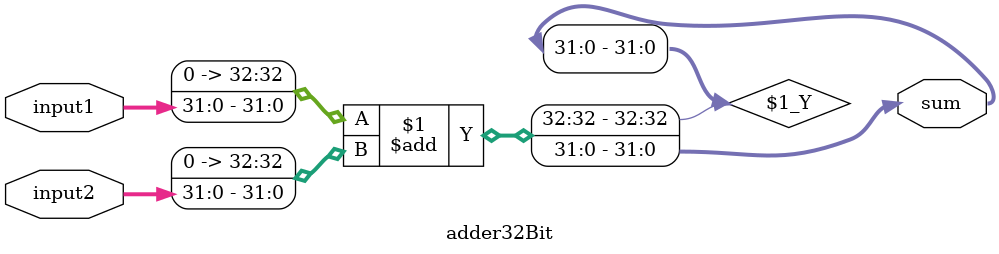
<source format=v>

module adder32Bit(sum, input1, input2);

input [31:0] input1, input2;

output [31:0] sum;

assign sum [31:0] = {1'b0,input1} + {1'b0,input2};

endmodule

</source>
